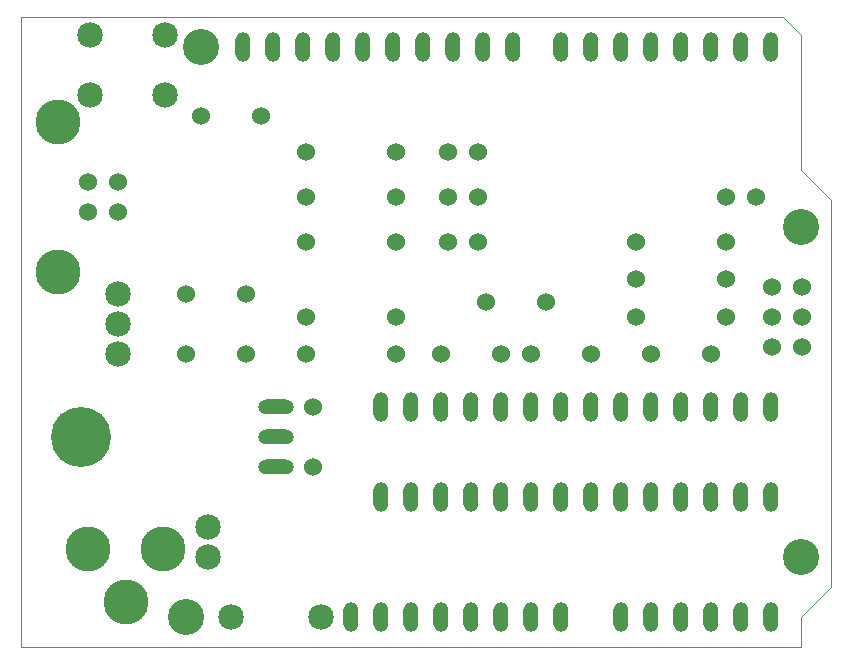
<source format=gbs>
G04 (created by PCBNEW (2013-03-31 BZR 4008)-stable) date 25-01-2015 17:47:35*
%MOIN*%
G04 Gerber Fmt 3.4, Leading zero omitted, Abs format*
%FSLAX34Y34*%
G01*
G70*
G90*
G04 APERTURE LIST*
%ADD10C,0*%
%ADD11C,0.00393701*%
%ADD12C,0.06*%
%ADD13C,0.085*%
%ADD14C,0.12*%
%ADD15C,0.15*%
%ADD16O,0.05X0.1*%
%ADD17O,0.12X0.05*%
%ADD18C,0.2*%
G04 APERTURE END LIST*
G54D10*
G54D11*
X34000Y-34000D02*
X34000Y-55000D01*
X59400Y-34000D02*
X34000Y-34000D01*
X60000Y-34600D02*
X59400Y-34000D01*
X60000Y-39100D02*
X60000Y-34600D01*
X61000Y-40100D02*
X60000Y-39100D01*
X61000Y-53000D02*
X61000Y-40100D01*
X60000Y-54000D02*
X61000Y-53000D01*
X60000Y-55000D02*
X60000Y-54000D01*
X34000Y-55000D02*
X60000Y-55000D01*
G54D12*
X57500Y-42750D03*
X54500Y-42750D03*
X43500Y-41500D03*
X46500Y-41500D03*
X43500Y-40000D03*
X46500Y-40000D03*
X57500Y-41500D03*
X54500Y-41500D03*
X43500Y-45250D03*
X46500Y-45250D03*
X43500Y-44000D03*
X46500Y-44000D03*
X54500Y-44000D03*
X57500Y-44000D03*
G54D13*
X41000Y-54000D03*
X44000Y-54000D03*
G54D12*
X51500Y-43500D03*
X49500Y-43500D03*
X51000Y-45250D03*
X53000Y-45250D03*
X50000Y-45250D03*
X48000Y-45250D03*
X39500Y-43250D03*
X39500Y-45250D03*
X55000Y-45250D03*
X57000Y-45250D03*
X40000Y-37300D03*
X42000Y-37300D03*
X43750Y-49000D03*
X43750Y-47000D03*
G54D14*
X60000Y-52000D03*
X40000Y-35000D03*
X39500Y-54000D03*
X60000Y-41000D03*
G54D15*
X35250Y-42500D03*
X35250Y-37500D03*
G54D12*
X37250Y-40500D03*
X37250Y-39500D03*
X36250Y-39500D03*
X36250Y-40500D03*
G54D15*
X37500Y-53500D03*
X36250Y-51750D03*
X38750Y-51750D03*
G54D12*
X60050Y-45000D03*
X59050Y-45000D03*
X59050Y-44000D03*
X60050Y-44000D03*
X60050Y-43000D03*
X59050Y-43000D03*
G54D16*
X44400Y-35000D03*
X43400Y-35000D03*
X41400Y-35000D03*
X42400Y-35000D03*
X46400Y-35000D03*
X45400Y-35000D03*
X47400Y-35000D03*
X48400Y-35000D03*
X50400Y-35000D03*
X49400Y-35000D03*
G54D13*
X37250Y-43250D03*
X37250Y-45250D03*
X37250Y-44250D03*
G54D12*
X46500Y-38500D03*
X43500Y-38500D03*
G54D16*
X53000Y-35000D03*
X52000Y-35000D03*
X55000Y-35000D03*
X54000Y-35000D03*
X56000Y-35000D03*
X57000Y-35000D03*
X59000Y-35000D03*
X58000Y-35000D03*
X46000Y-54000D03*
X45000Y-54000D03*
X48000Y-54000D03*
X47000Y-54000D03*
X49000Y-54000D03*
X50000Y-54000D03*
X52000Y-54000D03*
X51000Y-54000D03*
X55000Y-54000D03*
X54000Y-54000D03*
X56000Y-54000D03*
X57000Y-54000D03*
X59000Y-54000D03*
X58000Y-54000D03*
G54D12*
X41500Y-45250D03*
X41500Y-43250D03*
G54D13*
X40250Y-51000D03*
X40250Y-52000D03*
G54D12*
X48250Y-38500D03*
X49250Y-38500D03*
X49250Y-40000D03*
X48250Y-40000D03*
X49250Y-41500D03*
X48250Y-41500D03*
X57500Y-40000D03*
X58500Y-40000D03*
G54D16*
X56000Y-50000D03*
X57000Y-50000D03*
X58000Y-50000D03*
X59000Y-50000D03*
X55000Y-50000D03*
X54000Y-50000D03*
X53000Y-50000D03*
X52000Y-50000D03*
X51000Y-50000D03*
X50000Y-50000D03*
X48000Y-50000D03*
X49000Y-50000D03*
X47000Y-50000D03*
X46000Y-50000D03*
X50000Y-47000D03*
X51000Y-47000D03*
X52000Y-47000D03*
X53000Y-47000D03*
X54000Y-47000D03*
X55000Y-47000D03*
X59000Y-47000D03*
X58000Y-47000D03*
X57000Y-47000D03*
X56000Y-47000D03*
X49000Y-47000D03*
X48000Y-47000D03*
X47000Y-47000D03*
X46000Y-47000D03*
G54D17*
X42500Y-47000D03*
X42500Y-48000D03*
X42500Y-49000D03*
G54D18*
X36000Y-48000D03*
G54D13*
X36300Y-34600D03*
X36300Y-36600D03*
X38800Y-36600D03*
X38800Y-34600D03*
M02*

</source>
